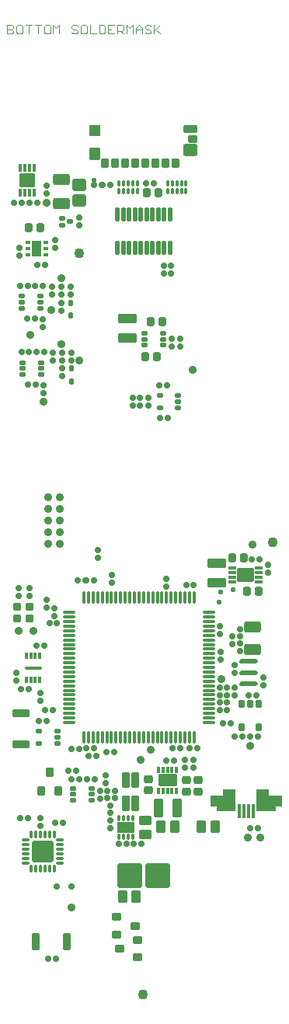
<source format=gbs>
G04*
G04 #@! TF.GenerationSoftware,Altium Limited,Altium Designer,20.2.6 (244)*
G04*
G04 Layer_Color=6502151*
%FSLAX25Y25*%
%MOIN*%
G70*
G04*
G04 #@! TF.SameCoordinates,D103880D-7D63-4280-A8AA-78B1B6904BBD*
G04*
G04*
G04 #@! TF.FilePolarity,Negative*
G04*
G01*
G75*
%ADD11C,0.00394*%
G04:AMPARAMS|DCode=25|XSize=24.41mil|YSize=24.41mil|CornerRadius=6.06mil|HoleSize=0mil|Usage=FLASHONLY|Rotation=180.000|XOffset=0mil|YOffset=0mil|HoleType=Round|Shape=RoundedRectangle|*
%AMROUNDEDRECTD25*
21,1,0.02441,0.01228,0,0,180.0*
21,1,0.01228,0.02441,0,0,180.0*
1,1,0.01213,-0.00614,0.00614*
1,1,0.01213,0.00614,0.00614*
1,1,0.01213,0.00614,-0.00614*
1,1,0.01213,-0.00614,-0.00614*
%
%ADD25ROUNDEDRECTD25*%
%ADD26C,0.04331*%
G04:AMPARAMS|DCode=28|XSize=24.41mil|YSize=24.41mil|CornerRadius=6.06mil|HoleSize=0mil|Usage=FLASHONLY|Rotation=270.000|XOffset=0mil|YOffset=0mil|HoleType=Round|Shape=RoundedRectangle|*
%AMROUNDEDRECTD28*
21,1,0.02441,0.01228,0,0,270.0*
21,1,0.01228,0.02441,0,0,270.0*
1,1,0.01213,-0.00614,-0.00614*
1,1,0.01213,-0.00614,0.00614*
1,1,0.01213,0.00614,0.00614*
1,1,0.01213,0.00614,-0.00614*
%
%ADD28ROUNDEDRECTD28*%
%ADD31C,0.00394*%
%ADD32C,0.02165*%
G04:AMPARAMS|DCode=99|XSize=103.94mil|YSize=103.94mil|CornerRadius=6.97mil|HoleSize=0mil|Usage=FLASHONLY|Rotation=90.000|XOffset=0mil|YOffset=0mil|HoleType=Round|Shape=RoundedRectangle|*
%AMROUNDEDRECTD99*
21,1,0.10394,0.09000,0,0,90.0*
21,1,0.09000,0.10394,0,0,90.0*
1,1,0.01394,0.04500,0.04500*
1,1,0.01394,0.04500,-0.04500*
1,1,0.01394,-0.04500,-0.04500*
1,1,0.01394,-0.04500,0.04500*
%
%ADD99ROUNDEDRECTD99*%
%ADD100C,0.03492*%
%ADD101C,0.03543*%
G04:AMPARAMS|DCode=102|XSize=74.8mil|YSize=47.24mil|CornerRadius=4.13mil|HoleSize=0mil|Usage=FLASHONLY|Rotation=0.000|XOffset=0mil|YOffset=0mil|HoleType=Round|Shape=RoundedRectangle|*
%AMROUNDEDRECTD102*
21,1,0.07480,0.03898,0,0,0.0*
21,1,0.06653,0.04724,0,0,0.0*
1,1,0.00827,0.03327,-0.01949*
1,1,0.00827,-0.03327,-0.01949*
1,1,0.00827,-0.03327,0.01949*
1,1,0.00827,0.03327,0.01949*
%
%ADD102ROUNDEDRECTD102*%
G04:AMPARAMS|DCode=103|XSize=13.78mil|YSize=23.62mil|CornerRadius=3.94mil|HoleSize=0mil|Usage=FLASHONLY|Rotation=0.000|XOffset=0mil|YOffset=0mil|HoleType=Round|Shape=RoundedRectangle|*
%AMROUNDEDRECTD103*
21,1,0.01378,0.01575,0,0,0.0*
21,1,0.00591,0.02362,0,0,0.0*
1,1,0.00787,0.00295,-0.00787*
1,1,0.00787,-0.00295,-0.00787*
1,1,0.00787,-0.00295,0.00787*
1,1,0.00787,0.00295,0.00787*
%
%ADD103ROUNDEDRECTD103*%
G04:AMPARAMS|DCode=104|XSize=66.93mil|YSize=43.31mil|CornerRadius=3.94mil|HoleSize=0mil|Usage=FLASHONLY|Rotation=90.000|XOffset=0mil|YOffset=0mil|HoleType=Round|Shape=RoundedRectangle|*
%AMROUNDEDRECTD104*
21,1,0.06693,0.03543,0,0,90.0*
21,1,0.05906,0.04331,0,0,90.0*
1,1,0.00787,0.01772,0.02953*
1,1,0.00787,0.01772,-0.02953*
1,1,0.00787,-0.01772,-0.02953*
1,1,0.00787,-0.01772,0.02953*
%
%ADD104ROUNDEDRECTD104*%
G04:AMPARAMS|DCode=105|XSize=15.75mil|YSize=21.65mil|CornerRadius=3.74mil|HoleSize=0mil|Usage=FLASHONLY|Rotation=90.000|XOffset=0mil|YOffset=0mil|HoleType=Round|Shape=RoundedRectangle|*
%AMROUNDEDRECTD105*
21,1,0.01575,0.01417,0,0,90.0*
21,1,0.00827,0.02165,0,0,90.0*
1,1,0.00748,0.00709,0.00413*
1,1,0.00748,0.00709,-0.00413*
1,1,0.00748,-0.00709,-0.00413*
1,1,0.00748,-0.00709,0.00413*
%
%ADD105ROUNDEDRECTD105*%
G04:AMPARAMS|DCode=106|XSize=82.68mil|YSize=51.18mil|CornerRadius=4.33mil|HoleSize=0mil|Usage=FLASHONLY|Rotation=0.000|XOffset=0mil|YOffset=0mil|HoleType=Round|Shape=RoundedRectangle|*
%AMROUNDEDRECTD106*
21,1,0.08268,0.04252,0,0,0.0*
21,1,0.07402,0.05118,0,0,0.0*
1,1,0.00866,0.03701,-0.02126*
1,1,0.00866,-0.03701,-0.02126*
1,1,0.00866,-0.03701,0.02126*
1,1,0.00866,0.03701,0.02126*
%
%ADD106ROUNDEDRECTD106*%
G04:AMPARAMS|DCode=107|XSize=13.78mil|YSize=27.56mil|CornerRadius=3.94mil|HoleSize=0mil|Usage=FLASHONLY|Rotation=0.000|XOffset=0mil|YOffset=0mil|HoleType=Round|Shape=RoundedRectangle|*
%AMROUNDEDRECTD107*
21,1,0.01378,0.01968,0,0,0.0*
21,1,0.00591,0.02756,0,0,0.0*
1,1,0.00787,0.00295,-0.00984*
1,1,0.00787,-0.00295,-0.00984*
1,1,0.00787,-0.00295,0.00984*
1,1,0.00787,0.00295,0.00984*
%
%ADD107ROUNDEDRECTD107*%
G04:AMPARAMS|DCode=108|XSize=19.68mil|YSize=29.53mil|CornerRadius=4.72mil|HoleSize=0mil|Usage=FLASHONLY|Rotation=90.000|XOffset=0mil|YOffset=0mil|HoleType=Round|Shape=RoundedRectangle|*
%AMROUNDEDRECTD108*
21,1,0.01968,0.02008,0,0,90.0*
21,1,0.01024,0.02953,0,0,90.0*
1,1,0.00945,0.01004,0.00512*
1,1,0.00945,0.01004,-0.00512*
1,1,0.00945,-0.01004,-0.00512*
1,1,0.00945,-0.01004,0.00512*
%
%ADD108ROUNDEDRECTD108*%
G04:AMPARAMS|DCode=109|XSize=13.78mil|YSize=53.15mil|CornerRadius=4.43mil|HoleSize=0mil|Usage=FLASHONLY|Rotation=180.000|XOffset=0mil|YOffset=0mil|HoleType=Round|Shape=RoundedRectangle|*
%AMROUNDEDRECTD109*
21,1,0.01378,0.04429,0,0,180.0*
21,1,0.00492,0.05315,0,0,180.0*
1,1,0.00886,-0.00246,0.02215*
1,1,0.00886,0.00246,0.02215*
1,1,0.00886,0.00246,-0.02215*
1,1,0.00886,-0.00246,-0.02215*
%
%ADD109ROUNDEDRECTD109*%
G04:AMPARAMS|DCode=110|XSize=13.78mil|YSize=53.15mil|CornerRadius=4.43mil|HoleSize=0mil|Usage=FLASHONLY|Rotation=90.000|XOffset=0mil|YOffset=0mil|HoleType=Round|Shape=RoundedRectangle|*
%AMROUNDEDRECTD110*
21,1,0.01378,0.04429,0,0,90.0*
21,1,0.00492,0.05315,0,0,90.0*
1,1,0.00886,0.02215,0.00246*
1,1,0.00886,0.02215,-0.00246*
1,1,0.00886,-0.02215,-0.00246*
1,1,0.00886,-0.02215,0.00246*
%
%ADD110ROUNDEDRECTD110*%
G04:AMPARAMS|DCode=111|XSize=19.68mil|YSize=25.59mil|CornerRadius=5.91mil|HoleSize=0mil|Usage=FLASHONLY|Rotation=270.000|XOffset=0mil|YOffset=0mil|HoleType=Round|Shape=RoundedRectangle|*
%AMROUNDEDRECTD111*
21,1,0.01968,0.01378,0,0,270.0*
21,1,0.00787,0.02559,0,0,270.0*
1,1,0.01181,-0.00689,-0.00394*
1,1,0.01181,-0.00689,0.00394*
1,1,0.01181,0.00689,0.00394*
1,1,0.01181,0.00689,-0.00394*
%
%ADD111ROUNDEDRECTD111*%
G04:AMPARAMS|DCode=112|XSize=25.59mil|YSize=35.43mil|CornerRadius=4.68mil|HoleSize=0mil|Usage=FLASHONLY|Rotation=180.000|XOffset=0mil|YOffset=0mil|HoleType=Round|Shape=RoundedRectangle|*
%AMROUNDEDRECTD112*
21,1,0.02559,0.02608,0,0,180.0*
21,1,0.01624,0.03543,0,0,180.0*
1,1,0.00935,-0.00812,0.01304*
1,1,0.00935,0.00812,0.01304*
1,1,0.00935,0.00812,-0.01304*
1,1,0.00935,-0.00812,-0.01304*
%
%ADD112ROUNDEDRECTD112*%
G04:AMPARAMS|DCode=113|XSize=19.68mil|YSize=62.99mil|CornerRadius=5.91mil|HoleSize=0mil|Usage=FLASHONLY|Rotation=0.000|XOffset=0mil|YOffset=0mil|HoleType=Round|Shape=RoundedRectangle|*
%AMROUNDEDRECTD113*
21,1,0.01968,0.05118,0,0,0.0*
21,1,0.00787,0.06299,0,0,0.0*
1,1,0.01181,0.00394,-0.02559*
1,1,0.01181,-0.00394,-0.02559*
1,1,0.01181,-0.00394,0.02559*
1,1,0.01181,0.00394,0.02559*
%
%ADD113ROUNDEDRECTD113*%
G04:AMPARAMS|DCode=114|XSize=66.93mil|YSize=33.94mil|CornerRadius=5.72mil|HoleSize=0mil|Usage=FLASHONLY|Rotation=90.000|XOffset=0mil|YOffset=0mil|HoleType=Round|Shape=RoundedRectangle|*
%AMROUNDEDRECTD114*
21,1,0.06693,0.02250,0,0,90.0*
21,1,0.05549,0.03394,0,0,90.0*
1,1,0.01144,0.01125,0.02775*
1,1,0.01144,0.01125,-0.02775*
1,1,0.01144,-0.01125,-0.02775*
1,1,0.01144,-0.01125,0.02775*
%
%ADD114ROUNDEDRECTD114*%
G04:AMPARAMS|DCode=115|XSize=70.87mil|YSize=47.24mil|CornerRadius=7.38mil|HoleSize=0mil|Usage=FLASHONLY|Rotation=0.000|XOffset=0mil|YOffset=0mil|HoleType=Round|Shape=RoundedRectangle|*
%AMROUNDEDRECTD115*
21,1,0.07087,0.03248,0,0,0.0*
21,1,0.05610,0.04724,0,0,0.0*
1,1,0.01476,0.02805,-0.01624*
1,1,0.01476,-0.02805,-0.01624*
1,1,0.01476,-0.02805,0.01624*
1,1,0.01476,0.02805,0.01624*
%
%ADD115ROUNDEDRECTD115*%
G04:AMPARAMS|DCode=116|XSize=55.12mil|YSize=43.31mil|CornerRadius=6.89mil|HoleSize=0mil|Usage=FLASHONLY|Rotation=90.000|XOffset=0mil|YOffset=0mil|HoleType=Round|Shape=RoundedRectangle|*
%AMROUNDEDRECTD116*
21,1,0.05512,0.02953,0,0,90.0*
21,1,0.04134,0.04331,0,0,90.0*
1,1,0.01378,0.01476,0.02067*
1,1,0.01378,0.01476,-0.02067*
1,1,0.01378,-0.01476,-0.02067*
1,1,0.01378,-0.01476,0.02067*
%
%ADD116ROUNDEDRECTD116*%
G04:AMPARAMS|DCode=117|XSize=23.62mil|YSize=27.56mil|CornerRadius=6.89mil|HoleSize=0mil|Usage=FLASHONLY|Rotation=270.000|XOffset=0mil|YOffset=0mil|HoleType=Round|Shape=RoundedRectangle|*
%AMROUNDEDRECTD117*
21,1,0.02362,0.01378,0,0,270.0*
21,1,0.00984,0.02756,0,0,270.0*
1,1,0.01378,-0.00689,-0.00492*
1,1,0.01378,-0.00689,0.00492*
1,1,0.01378,0.00689,0.00492*
1,1,0.01378,0.00689,-0.00492*
%
%ADD117ROUNDEDRECTD117*%
G04:AMPARAMS|DCode=118|XSize=35.43mil|YSize=70.87mil|CornerRadius=5.91mil|HoleSize=0mil|Usage=FLASHONLY|Rotation=270.000|XOffset=0mil|YOffset=0mil|HoleType=Round|Shape=RoundedRectangle|*
%AMROUNDEDRECTD118*
21,1,0.03543,0.05906,0,0,270.0*
21,1,0.02362,0.07087,0,0,270.0*
1,1,0.01181,-0.02953,-0.01181*
1,1,0.01181,-0.02953,0.01181*
1,1,0.01181,0.02953,0.01181*
1,1,0.01181,0.02953,-0.01181*
%
%ADD118ROUNDEDRECTD118*%
G04:AMPARAMS|DCode=119|XSize=19.68mil|YSize=29.53mil|CornerRadius=5.91mil|HoleSize=0mil|Usage=FLASHONLY|Rotation=90.000|XOffset=0mil|YOffset=0mil|HoleType=Round|Shape=RoundedRectangle|*
%AMROUNDEDRECTD119*
21,1,0.01968,0.01772,0,0,90.0*
21,1,0.00787,0.02953,0,0,90.0*
1,1,0.01181,0.00886,0.00394*
1,1,0.01181,0.00886,-0.00394*
1,1,0.01181,-0.00886,-0.00394*
1,1,0.01181,-0.00886,0.00394*
%
%ADD119ROUNDEDRECTD119*%
G04:AMPARAMS|DCode=120|XSize=11.81mil|YSize=27.56mil|CornerRadius=3.94mil|HoleSize=0mil|Usage=FLASHONLY|Rotation=180.000|XOffset=0mil|YOffset=0mil|HoleType=Round|Shape=RoundedRectangle|*
%AMROUNDEDRECTD120*
21,1,0.01181,0.01968,0,0,180.0*
21,1,0.00394,0.02756,0,0,180.0*
1,1,0.00787,-0.00197,0.00984*
1,1,0.00787,0.00197,0.00984*
1,1,0.00787,0.00197,-0.00984*
1,1,0.00787,-0.00197,-0.00984*
%
%ADD120ROUNDEDRECTD120*%
G04:AMPARAMS|DCode=121|XSize=15.75mil|YSize=70.87mil|CornerRadius=4.92mil|HoleSize=0mil|Usage=FLASHONLY|Rotation=270.000|XOffset=0mil|YOffset=0mil|HoleType=Round|Shape=RoundedRectangle|*
%AMROUNDEDRECTD121*
21,1,0.01575,0.06102,0,0,270.0*
21,1,0.00591,0.07087,0,0,270.0*
1,1,0.00984,-0.03051,-0.00295*
1,1,0.00984,-0.03051,0.00295*
1,1,0.00984,0.03051,0.00295*
1,1,0.00984,0.03051,-0.00295*
%
%ADD121ROUNDEDRECTD121*%
G04:AMPARAMS|DCode=122|XSize=15.75mil|YSize=27.56mil|CornerRadius=4.33mil|HoleSize=0mil|Usage=FLASHONLY|Rotation=180.000|XOffset=0mil|YOffset=0mil|HoleType=Round|Shape=RoundedRectangle|*
%AMROUNDEDRECTD122*
21,1,0.01575,0.01890,0,0,180.0*
21,1,0.00709,0.02756,0,0,180.0*
1,1,0.00866,-0.00354,0.00945*
1,1,0.00866,0.00354,0.00945*
1,1,0.00866,0.00354,-0.00945*
1,1,0.00866,-0.00354,-0.00945*
%
%ADD122ROUNDEDRECTD122*%
G04:AMPARAMS|DCode=123|XSize=19.68mil|YSize=78.74mil|CornerRadius=5.91mil|HoleSize=0mil|Usage=FLASHONLY|Rotation=270.000|XOffset=0mil|YOffset=0mil|HoleType=Round|Shape=RoundedRectangle|*
%AMROUNDEDRECTD123*
21,1,0.01968,0.06693,0,0,270.0*
21,1,0.00787,0.07874,0,0,270.0*
1,1,0.01181,-0.03347,-0.00394*
1,1,0.01181,-0.03347,0.00394*
1,1,0.01181,0.03347,0.00394*
1,1,0.01181,0.03347,-0.00394*
%
%ADD123ROUNDEDRECTD123*%
G04:AMPARAMS|DCode=124|XSize=31.5mil|YSize=43.31mil|CornerRadius=5.41mil|HoleSize=0mil|Usage=FLASHONLY|Rotation=0.000|XOffset=0mil|YOffset=0mil|HoleType=Round|Shape=RoundedRectangle|*
%AMROUNDEDRECTD124*
21,1,0.03150,0.03248,0,0,0.0*
21,1,0.02067,0.04331,0,0,0.0*
1,1,0.01083,0.01034,-0.01624*
1,1,0.01083,-0.01034,-0.01624*
1,1,0.01083,-0.01034,0.01624*
1,1,0.01083,0.01034,0.01624*
%
%ADD124ROUNDEDRECTD124*%
G04:AMPARAMS|DCode=125|XSize=43.31mil|YSize=31.5mil|CornerRadius=5.41mil|HoleSize=0mil|Usage=FLASHONLY|Rotation=0.000|XOffset=0mil|YOffset=0mil|HoleType=Round|Shape=RoundedRectangle|*
%AMROUNDEDRECTD125*
21,1,0.04331,0.02067,0,0,0.0*
21,1,0.03248,0.03150,0,0,0.0*
1,1,0.01083,0.01624,-0.01034*
1,1,0.01083,-0.01624,-0.01034*
1,1,0.01083,-0.01624,0.01034*
1,1,0.01083,0.01624,0.01034*
%
%ADD125ROUNDEDRECTD125*%
G04:AMPARAMS|DCode=126|XSize=61.02mil|YSize=51.18mil|CornerRadius=7.87mil|HoleSize=0mil|Usage=FLASHONLY|Rotation=0.000|XOffset=0mil|YOffset=0mil|HoleType=Round|Shape=RoundedRectangle|*
%AMROUNDEDRECTD126*
21,1,0.06102,0.03543,0,0,0.0*
21,1,0.04528,0.05118,0,0,0.0*
1,1,0.01575,0.02264,-0.01772*
1,1,0.01575,-0.02264,-0.01772*
1,1,0.01575,-0.02264,0.01772*
1,1,0.01575,0.02264,0.01772*
%
%ADD126ROUNDEDRECTD126*%
G04:AMPARAMS|DCode=127|XSize=59.06mil|YSize=35.43mil|CornerRadius=5.91mil|HoleSize=0mil|Usage=FLASHONLY|Rotation=0.000|XOffset=0mil|YOffset=0mil|HoleType=Round|Shape=RoundedRectangle|*
%AMROUNDEDRECTD127*
21,1,0.05906,0.02362,0,0,0.0*
21,1,0.04724,0.03543,0,0,0.0*
1,1,0.01181,0.02362,-0.01181*
1,1,0.01181,-0.02362,-0.01181*
1,1,0.01181,-0.02362,0.01181*
1,1,0.01181,0.02362,0.01181*
%
%ADD127ROUNDEDRECTD127*%
G04:AMPARAMS|DCode=128|XSize=49.21mil|YSize=51.18mil|CornerRadius=7.63mil|HoleSize=0mil|Usage=FLASHONLY|Rotation=0.000|XOffset=0mil|YOffset=0mil|HoleType=Round|Shape=RoundedRectangle|*
%AMROUNDEDRECTD128*
21,1,0.04921,0.03593,0,0,0.0*
21,1,0.03396,0.05118,0,0,0.0*
1,1,0.01526,0.01698,-0.01796*
1,1,0.01526,-0.01698,-0.01796*
1,1,0.01526,-0.01698,0.01796*
1,1,0.01526,0.01698,0.01796*
%
%ADD128ROUNDEDRECTD128*%
G04:AMPARAMS|DCode=129|XSize=49.21mil|YSize=47.24mil|CornerRadius=7.38mil|HoleSize=0mil|Usage=FLASHONLY|Rotation=0.000|XOffset=0mil|YOffset=0mil|HoleType=Round|Shape=RoundedRectangle|*
%AMROUNDEDRECTD129*
21,1,0.04921,0.03248,0,0,0.0*
21,1,0.03445,0.04724,0,0,0.0*
1,1,0.01476,0.01722,-0.01624*
1,1,0.01476,-0.01722,-0.01624*
1,1,0.01476,-0.01722,0.01624*
1,1,0.01476,0.01722,0.01624*
%
%ADD129ROUNDEDRECTD129*%
G04:AMPARAMS|DCode=130|XSize=66.93mil|YSize=59.06mil|CornerRadius=4.72mil|HoleSize=0mil|Usage=FLASHONLY|Rotation=180.000|XOffset=0mil|YOffset=0mil|HoleType=Round|Shape=RoundedRectangle|*
%AMROUNDEDRECTD130*
21,1,0.06693,0.04961,0,0,180.0*
21,1,0.05748,0.05906,0,0,180.0*
1,1,0.00945,-0.02874,0.02480*
1,1,0.00945,0.02874,0.02480*
1,1,0.00945,0.02874,-0.02480*
1,1,0.00945,-0.02874,-0.02480*
%
%ADD130ROUNDEDRECTD130*%
G04:AMPARAMS|DCode=131|XSize=15.75mil|YSize=33.47mil|CornerRadius=4.33mil|HoleSize=0mil|Usage=FLASHONLY|Rotation=180.000|XOffset=0mil|YOffset=0mil|HoleType=Round|Shape=RoundedRectangle|*
%AMROUNDEDRECTD131*
21,1,0.01575,0.02480,0,0,180.0*
21,1,0.00709,0.03347,0,0,180.0*
1,1,0.00866,-0.00354,0.01240*
1,1,0.00866,0.00354,0.01240*
1,1,0.00866,0.00354,-0.01240*
1,1,0.00866,-0.00354,-0.01240*
%
%ADD131ROUNDEDRECTD131*%
G04:AMPARAMS|DCode=132|XSize=15.75mil|YSize=33.47mil|CornerRadius=4.33mil|HoleSize=0mil|Usage=FLASHONLY|Rotation=90.000|XOffset=0mil|YOffset=0mil|HoleType=Round|Shape=RoundedRectangle|*
%AMROUNDEDRECTD132*
21,1,0.01575,0.02480,0,0,90.0*
21,1,0.00709,0.03347,0,0,90.0*
1,1,0.00866,0.01240,0.00354*
1,1,0.00866,0.01240,-0.00354*
1,1,0.00866,-0.01240,-0.00354*
1,1,0.00866,-0.01240,0.00354*
%
%ADD132ROUNDEDRECTD132*%
G04:AMPARAMS|DCode=133|XSize=72.84mil|YSize=61.02mil|CornerRadius=4.82mil|HoleSize=0mil|Usage=FLASHONLY|Rotation=180.000|XOffset=0mil|YOffset=0mil|HoleType=Round|Shape=RoundedRectangle|*
%AMROUNDEDRECTD133*
21,1,0.07284,0.05138,0,0,180.0*
21,1,0.06319,0.06102,0,0,180.0*
1,1,0.00965,-0.03159,0.02569*
1,1,0.00965,0.03159,0.02569*
1,1,0.00965,0.03159,-0.02569*
1,1,0.00965,-0.03159,-0.02569*
%
%ADD133ROUNDEDRECTD133*%
G04:AMPARAMS|DCode=134|XSize=35.43mil|YSize=31.5mil|CornerRadius=5.41mil|HoleSize=0mil|Usage=FLASHONLY|Rotation=180.000|XOffset=0mil|YOffset=0mil|HoleType=Round|Shape=RoundedRectangle|*
%AMROUNDEDRECTD134*
21,1,0.03543,0.02067,0,0,180.0*
21,1,0.02461,0.03150,0,0,180.0*
1,1,0.01083,-0.01230,0.01034*
1,1,0.01083,0.01230,0.01034*
1,1,0.01083,0.01230,-0.01034*
1,1,0.01083,-0.01230,-0.01034*
%
%ADD134ROUNDEDRECTD134*%
G04:AMPARAMS|DCode=135|XSize=79.53mil|YSize=40.55mil|CornerRadius=6.55mil|HoleSize=0mil|Usage=FLASHONLY|Rotation=180.000|XOffset=0mil|YOffset=0mil|HoleType=Round|Shape=RoundedRectangle|*
%AMROUNDEDRECTD135*
21,1,0.07953,0.02746,0,0,180.0*
21,1,0.06644,0.04055,0,0,180.0*
1,1,0.01309,-0.03322,0.01373*
1,1,0.01309,0.03322,0.01373*
1,1,0.01309,0.03322,-0.01373*
1,1,0.01309,-0.03322,-0.01373*
%
%ADD135ROUNDEDRECTD135*%
G04:AMPARAMS|DCode=136|XSize=37.4mil|YSize=33.47mil|CornerRadius=7.87mil|HoleSize=0mil|Usage=FLASHONLY|Rotation=90.000|XOffset=0mil|YOffset=0mil|HoleType=Round|Shape=RoundedRectangle|*
%AMROUNDEDRECTD136*
21,1,0.03740,0.01772,0,0,90.0*
21,1,0.02165,0.03347,0,0,90.0*
1,1,0.01575,0.00886,0.01083*
1,1,0.01575,0.00886,-0.01083*
1,1,0.01575,-0.00886,-0.01083*
1,1,0.01575,-0.00886,0.01083*
%
%ADD136ROUNDEDRECTD136*%
G04:AMPARAMS|DCode=137|XSize=47.24mil|YSize=70.87mil|CornerRadius=7.38mil|HoleSize=0mil|Usage=FLASHONLY|Rotation=270.000|XOffset=0mil|YOffset=0mil|HoleType=Round|Shape=RoundedRectangle|*
%AMROUNDEDRECTD137*
21,1,0.04724,0.05610,0,0,270.0*
21,1,0.03248,0.07087,0,0,270.0*
1,1,0.01476,-0.02805,-0.01624*
1,1,0.01476,-0.02805,0.01624*
1,1,0.01476,0.02805,0.01624*
1,1,0.01476,0.02805,-0.01624*
%
%ADD137ROUNDEDRECTD137*%
G04:AMPARAMS|DCode=138|XSize=35.43mil|YSize=39.37mil|CornerRadius=5.91mil|HoleSize=0mil|Usage=FLASHONLY|Rotation=90.000|XOffset=0mil|YOffset=0mil|HoleType=Round|Shape=RoundedRectangle|*
%AMROUNDEDRECTD138*
21,1,0.03543,0.02756,0,0,90.0*
21,1,0.02362,0.03937,0,0,90.0*
1,1,0.01181,0.01378,0.01181*
1,1,0.01181,0.01378,-0.01181*
1,1,0.01181,-0.01378,-0.01181*
1,1,0.01181,-0.01378,0.01181*
%
%ADD138ROUNDEDRECTD138*%
G04:AMPARAMS|DCode=139|XSize=19.68mil|YSize=25.59mil|CornerRadius=5.91mil|HoleSize=0mil|Usage=FLASHONLY|Rotation=0.000|XOffset=0mil|YOffset=0mil|HoleType=Round|Shape=RoundedRectangle|*
%AMROUNDEDRECTD139*
21,1,0.01968,0.01378,0,0,0.0*
21,1,0.00787,0.02559,0,0,0.0*
1,1,0.01181,0.00394,-0.00689*
1,1,0.01181,-0.00394,-0.00689*
1,1,0.01181,-0.00394,0.00689*
1,1,0.01181,0.00394,0.00689*
%
%ADD139ROUNDEDRECTD139*%
G04:AMPARAMS|DCode=140|XSize=59.06mil|YSize=51.18mil|CornerRadius=7.87mil|HoleSize=0mil|Usage=FLASHONLY|Rotation=0.000|XOffset=0mil|YOffset=0mil|HoleType=Round|Shape=RoundedRectangle|*
%AMROUNDEDRECTD140*
21,1,0.05906,0.03543,0,0,0.0*
21,1,0.04331,0.05118,0,0,0.0*
1,1,0.01575,0.02165,-0.01772*
1,1,0.01575,-0.02165,-0.01772*
1,1,0.01575,-0.02165,0.01772*
1,1,0.01575,0.02165,0.01772*
%
%ADD140ROUNDEDRECTD140*%
G04:AMPARAMS|DCode=141|XSize=66.93mil|YSize=55.12mil|CornerRadius=8.37mil|HoleSize=0mil|Usage=FLASHONLY|Rotation=180.000|XOffset=0mil|YOffset=0mil|HoleType=Round|Shape=RoundedRectangle|*
%AMROUNDEDRECTD141*
21,1,0.06693,0.03839,0,0,180.0*
21,1,0.05020,0.05512,0,0,180.0*
1,1,0.01673,-0.02510,0.01919*
1,1,0.01673,0.02510,0.01919*
1,1,0.01673,0.02510,-0.01919*
1,1,0.01673,-0.02510,-0.01919*
%
%ADD141ROUNDEDRECTD141*%
G04:AMPARAMS|DCode=142|XSize=15.75mil|YSize=59.06mil|CornerRadius=3.45mil|HoleSize=0mil|Usage=FLASHONLY|Rotation=0.000|XOffset=0mil|YOffset=0mil|HoleType=Round|Shape=RoundedRectangle|*
%AMROUNDEDRECTD142*
21,1,0.01575,0.05217,0,0,0.0*
21,1,0.00886,0.05906,0,0,0.0*
1,1,0.00689,0.00443,-0.02608*
1,1,0.00689,-0.00443,-0.02608*
1,1,0.00689,-0.00443,0.02608*
1,1,0.00689,0.00443,0.02608*
%
%ADD142ROUNDEDRECTD142*%
G04:AMPARAMS|DCode=143|XSize=13.78mil|YSize=33.47mil|CornerRadius=4.43mil|HoleSize=0mil|Usage=FLASHONLY|Rotation=90.000|XOffset=0mil|YOffset=0mil|HoleType=Round|Shape=RoundedRectangle|*
%AMROUNDEDRECTD143*
21,1,0.01378,0.02461,0,0,90.0*
21,1,0.00492,0.03347,0,0,90.0*
1,1,0.00886,0.01230,0.00246*
1,1,0.00886,0.01230,-0.00246*
1,1,0.00886,-0.01230,-0.00246*
1,1,0.00886,-0.01230,0.00246*
%
%ADD143ROUNDEDRECTD143*%
G04:AMPARAMS|DCode=144|XSize=13.78mil|YSize=33.47mil|CornerRadius=4.43mil|HoleSize=0mil|Usage=FLASHONLY|Rotation=180.000|XOffset=0mil|YOffset=0mil|HoleType=Round|Shape=RoundedRectangle|*
%AMROUNDEDRECTD144*
21,1,0.01378,0.02461,0,0,180.0*
21,1,0.00492,0.03347,0,0,180.0*
1,1,0.00886,-0.00246,0.01230*
1,1,0.00886,0.00246,0.01230*
1,1,0.00886,0.00246,-0.01230*
1,1,0.00886,-0.00246,-0.01230*
%
%ADD144ROUNDEDRECTD144*%
G04:AMPARAMS|DCode=145|XSize=90.55mil|YSize=90.55mil|CornerRadius=6.3mil|HoleSize=0mil|Usage=FLASHONLY|Rotation=180.000|XOffset=0mil|YOffset=0mil|HoleType=Round|Shape=RoundedRectangle|*
%AMROUNDEDRECTD145*
21,1,0.09055,0.07795,0,0,180.0*
21,1,0.07795,0.09055,0,0,180.0*
1,1,0.01260,-0.03898,0.03898*
1,1,0.01260,0.03898,0.03898*
1,1,0.01260,0.03898,-0.03898*
1,1,0.01260,-0.03898,-0.03898*
%
%ADD145ROUNDEDRECTD145*%
G04:AMPARAMS|DCode=146|XSize=55.12mil|YSize=43.31mil|CornerRadius=6.89mil|HoleSize=0mil|Usage=FLASHONLY|Rotation=180.000|XOffset=0mil|YOffset=0mil|HoleType=Round|Shape=RoundedRectangle|*
%AMROUNDEDRECTD146*
21,1,0.05512,0.02953,0,0,180.0*
21,1,0.04134,0.04331,0,0,180.0*
1,1,0.01378,-0.02067,0.01476*
1,1,0.01378,0.02067,0.01476*
1,1,0.01378,0.02067,-0.01476*
1,1,0.01378,-0.02067,-0.01476*
%
%ADD146ROUNDEDRECTD146*%
G04:AMPARAMS|DCode=147|XSize=37.4mil|YSize=33.47mil|CornerRadius=7.87mil|HoleSize=0mil|Usage=FLASHONLY|Rotation=0.000|XOffset=0mil|YOffset=0mil|HoleType=Round|Shape=RoundedRectangle|*
%AMROUNDEDRECTD147*
21,1,0.03740,0.01772,0,0,0.0*
21,1,0.02165,0.03347,0,0,0.0*
1,1,0.01575,0.01083,-0.00886*
1,1,0.01575,-0.01083,-0.00886*
1,1,0.01575,-0.01083,0.00886*
1,1,0.01575,0.01083,0.00886*
%
%ADD147ROUNDEDRECTD147*%
G04:AMPARAMS|DCode=148|XSize=79.53mil|YSize=40.55mil|CornerRadius=6.55mil|HoleSize=0mil|Usage=FLASHONLY|Rotation=270.000|XOffset=0mil|YOffset=0mil|HoleType=Round|Shape=RoundedRectangle|*
%AMROUNDEDRECTD148*
21,1,0.07953,0.02746,0,0,270.0*
21,1,0.06644,0.04055,0,0,270.0*
1,1,0.01309,-0.01373,-0.03322*
1,1,0.01309,-0.01373,0.03322*
1,1,0.01309,0.01373,0.03322*
1,1,0.01309,0.01373,-0.03322*
%
%ADD148ROUNDEDRECTD148*%
G04:AMPARAMS|DCode=149|XSize=35.43mil|YSize=39.37mil|CornerRadius=5.91mil|HoleSize=0mil|Usage=FLASHONLY|Rotation=0.000|XOffset=0mil|YOffset=0mil|HoleType=Round|Shape=RoundedRectangle|*
%AMROUNDEDRECTD149*
21,1,0.03543,0.02756,0,0,0.0*
21,1,0.02362,0.03937,0,0,0.0*
1,1,0.01181,0.01181,-0.01378*
1,1,0.01181,-0.01181,-0.01378*
1,1,0.01181,-0.01181,0.01378*
1,1,0.01181,0.01181,0.01378*
%
%ADD149ROUNDEDRECTD149*%
G04:AMPARAMS|DCode=150|XSize=35.43mil|YSize=70.87mil|CornerRadius=5.91mil|HoleSize=0mil|Usage=FLASHONLY|Rotation=180.000|XOffset=0mil|YOffset=0mil|HoleType=Round|Shape=RoundedRectangle|*
%AMROUNDEDRECTD150*
21,1,0.03543,0.05906,0,0,180.0*
21,1,0.02362,0.07087,0,0,180.0*
1,1,0.01181,-0.01181,0.02953*
1,1,0.01181,0.01181,0.02953*
1,1,0.01181,0.01181,-0.02953*
1,1,0.01181,-0.01181,-0.02953*
%
%ADD150ROUNDEDRECTD150*%
G36*
X563720Y461833D02*
X563757Y461821D01*
X563791Y461803D01*
X563821Y461778D01*
X563846Y461748D01*
X563864Y461714D01*
X563875Y461677D01*
X563879Y461638D01*
Y452583D01*
X563875Y452545D01*
X563864Y452508D01*
X563846Y452473D01*
X563821Y452444D01*
X563791Y452419D01*
X563757Y452401D01*
X563720Y452389D01*
X563681Y452386D01*
X556004D01*
X555965Y452389D01*
X555928Y452401D01*
X555894Y452419D01*
X555864Y452444D01*
X555839Y452473D01*
X555821Y452508D01*
X555810Y452545D01*
X555806Y452583D01*
Y454354D01*
X553248D01*
X553209Y454358D01*
X553172Y454369D01*
X553138Y454388D01*
X553108Y454412D01*
X553084Y454442D01*
X553065Y454476D01*
X553054Y454513D01*
X553050Y454552D01*
Y458883D01*
X553054Y458921D01*
X553065Y458958D01*
X553084Y458992D01*
X553108Y459023D01*
X553138Y459047D01*
X553172Y459065D01*
X553209Y459077D01*
X553248Y459080D01*
X558562D01*
Y461638D01*
X558566Y461677D01*
X558577Y461714D01*
X558595Y461748D01*
X558620Y461778D01*
X558650Y461803D01*
X558684Y461821D01*
X558721Y461833D01*
X558760Y461836D01*
X563681D01*
X563720Y461833D01*
D02*
G37*
G36*
X578090D02*
X578127Y461821D01*
X578161Y461803D01*
X578191Y461778D01*
X578216Y461748D01*
X578234Y461714D01*
X578245Y461677D01*
X578249Y461638D01*
Y459080D01*
X583563D01*
X583602Y459077D01*
X583639Y459065D01*
X583673Y459047D01*
X583703Y459023D01*
X583728Y458992D01*
X583746Y458958D01*
X583757Y458921D01*
X583761Y458883D01*
Y454552D01*
X583757Y454513D01*
X583746Y454476D01*
X583728Y454442D01*
X583703Y454412D01*
X583673Y454388D01*
X583639Y454369D01*
X583602Y454358D01*
X583563Y454354D01*
X581005D01*
Y452583D01*
X581001Y452545D01*
X580990Y452508D01*
X580972Y452473D01*
X580947Y452444D01*
X580917Y452419D01*
X580883Y452401D01*
X580846Y452389D01*
X580807Y452386D01*
X573130D01*
X573091Y452389D01*
X573054Y452401D01*
X573020Y452419D01*
X572990Y452444D01*
X572965Y452473D01*
X572947Y452508D01*
X572936Y452545D01*
X572932Y452583D01*
Y461638D01*
X572936Y461677D01*
X572947Y461714D01*
X572965Y461748D01*
X572990Y461778D01*
X573020Y461803D01*
X573054Y461821D01*
X573091Y461833D01*
X573130Y461836D01*
X578051D01*
X578090Y461833D01*
D02*
G37*
D11*
X465929Y789791D02*
Y785856D01*
X467897D01*
X468553Y786512D01*
Y787168D01*
X467897Y787824D01*
X465929D01*
X467897D01*
X468553Y788480D01*
Y789136D01*
X467897Y789791D01*
X465929D01*
X471833D02*
X470521D01*
X469865Y789136D01*
Y786512D01*
X470521Y785856D01*
X471833D01*
X472489Y786512D01*
Y789136D01*
X471833Y789791D01*
X473801D02*
X476425D01*
X475113D01*
Y785856D01*
X477736Y789791D02*
X480360D01*
X479048D01*
Y785856D01*
X483640Y789791D02*
X482328D01*
X481672Y789136D01*
Y786512D01*
X482328Y785856D01*
X483640D01*
X484296Y786512D01*
Y789136D01*
X483640Y789791D01*
X485608Y785856D02*
Y789791D01*
X486920Y788480D01*
X488232Y789791D01*
Y785856D01*
X496103Y789136D02*
X495447Y789791D01*
X494135D01*
X493479Y789136D01*
Y788480D01*
X494135Y787824D01*
X495447D01*
X496103Y787168D01*
Y786512D01*
X495447Y785856D01*
X494135D01*
X493479Y786512D01*
X499383Y789791D02*
X498071D01*
X497415Y789136D01*
Y786512D01*
X498071Y785856D01*
X499383D01*
X500039Y786512D01*
Y789136D01*
X499383Y789791D01*
X501351D02*
Y785856D01*
X503975D01*
X505287Y789791D02*
Y785856D01*
X507254D01*
X507910Y786512D01*
Y789136D01*
X507254Y789791D01*
X505287D01*
X511846D02*
X509222D01*
Y785856D01*
X511846D01*
X509222Y787824D02*
X510534D01*
X513158Y785856D02*
Y789791D01*
X515126D01*
X515782Y789136D01*
Y787824D01*
X515126Y787168D01*
X513158D01*
X514470D02*
X515782Y785856D01*
X517094D02*
Y789791D01*
X518406Y788480D01*
X519718Y789791D01*
Y785856D01*
X521030D02*
Y788480D01*
X522341Y789791D01*
X523653Y788480D01*
Y785856D01*
Y787824D01*
X521030D01*
X527589Y789136D02*
X526933Y789791D01*
X525621D01*
X524965Y789136D01*
Y788480D01*
X525621Y787824D01*
X526933D01*
X527589Y787168D01*
Y786512D01*
X526933Y785856D01*
X525621D01*
X524965Y786512D01*
X528901Y789791D02*
Y785856D01*
Y787168D01*
X531525Y789791D01*
X529557Y787824D01*
X531525Y785856D01*
D25*
X575772Y509635D02*
D03*
Y506327D02*
D03*
X469866Y511524D02*
D03*
Y508217D02*
D03*
X565744Y527191D02*
D03*
Y530498D02*
D03*
Y524199D02*
D03*
Y520892D02*
D03*
X560232Y495695D02*
D03*
Y499002D02*
D03*
X557083Y495695D02*
D03*
Y499002D02*
D03*
X557476Y520656D02*
D03*
Y517349D02*
D03*
X557083Y531679D02*
D03*
Y528372D02*
D03*
X486008Y536170D02*
D03*
Y539477D02*
D03*
X480102Y446012D02*
D03*
Y449320D02*
D03*
X526374Y626404D02*
D03*
Y629711D02*
D03*
X522831Y626404D02*
D03*
Y629711D02*
D03*
X519681Y626404D02*
D03*
Y629711D02*
D03*
X489366Y649002D02*
D03*
Y645695D02*
D03*
Y639002D02*
D03*
Y642309D02*
D03*
X489075Y674018D02*
D03*
Y677325D02*
D03*
Y667018D02*
D03*
Y670325D02*
D03*
X560232Y501994D02*
D03*
Y505302D02*
D03*
X557083Y501994D02*
D03*
Y505302D02*
D03*
X563382D02*
D03*
Y501994D02*
D03*
X534248Y548845D02*
D03*
Y552152D02*
D03*
X562595Y524042D02*
D03*
Y527349D02*
D03*
X563567Y511761D02*
D03*
Y515068D02*
D03*
X504720Y561050D02*
D03*
Y564357D02*
D03*
X482858Y543020D02*
D03*
Y539713D02*
D03*
X496846Y703569D02*
D03*
Y706876D02*
D03*
X482673Y720656D02*
D03*
Y717349D02*
D03*
X510020Y445153D02*
D03*
Y448460D02*
D03*
X545665Y471089D02*
D03*
Y474396D02*
D03*
X542122Y471089D02*
D03*
Y474396D02*
D03*
X510024Y451524D02*
D03*
Y454831D02*
D03*
X508252Y467824D02*
D03*
Y464516D02*
D03*
X540154Y651601D02*
D03*
Y654908D02*
D03*
X536610D02*
D03*
Y651601D02*
D03*
X577740Y554674D02*
D03*
Y557981D02*
D03*
X493303Y649002D02*
D03*
Y645695D02*
D03*
X485468Y645774D02*
D03*
Y649081D02*
D03*
X481468Y631774D02*
D03*
Y635081D02*
D03*
X493075Y677325D02*
D03*
Y674018D02*
D03*
X485075Y677325D02*
D03*
Y674018D02*
D03*
X481075Y660018D02*
D03*
Y663325D02*
D03*
X471268Y690762D02*
D03*
Y694069D02*
D03*
X486520Y694030D02*
D03*
Y697337D02*
D03*
X536217Y683097D02*
D03*
Y686404D02*
D03*
X533067Y683097D02*
D03*
Y686404D02*
D03*
X505693Y461131D02*
D03*
Y457824D02*
D03*
X510626Y553727D02*
D03*
Y550420D02*
D03*
X475378Y548139D02*
D03*
Y544831D02*
D03*
X470654Y548139D02*
D03*
Y544831D02*
D03*
X480102Y502863D02*
D03*
Y499556D02*
D03*
D26*
X579917Y567784D02*
D03*
X496638Y691761D02*
D03*
X524197Y373650D02*
D03*
D28*
X479445Y491049D02*
D03*
X482752D02*
D03*
X569602Y502073D02*
D03*
X572909D02*
D03*
X542622Y549241D02*
D03*
X545929D02*
D03*
X493409Y479162D02*
D03*
X496717D02*
D03*
X547319Y479239D02*
D03*
X544012D02*
D03*
X525508Y721758D02*
D03*
X528815D02*
D03*
X573488Y444910D02*
D03*
X570181D02*
D03*
X472122Y713490D02*
D03*
X468815D02*
D03*
X523488Y438217D02*
D03*
X520181D02*
D03*
X534169Y473924D02*
D03*
X537476D02*
D03*
X493409Y466170D02*
D03*
X496717D02*
D03*
X475272Y649317D02*
D03*
X471965D02*
D03*
X482173Y686683D02*
D03*
X478866D02*
D03*
X474728Y677672D02*
D03*
X471421D02*
D03*
X540232Y479239D02*
D03*
X536925D02*
D03*
X499473Y551209D02*
D03*
X496165D02*
D03*
X504012Y476089D02*
D03*
X500705D02*
D03*
X508370Y477587D02*
D03*
X511677D02*
D03*
X489630Y447272D02*
D03*
X486323D02*
D03*
X474669Y449241D02*
D03*
X471362D02*
D03*
X478815Y713490D02*
D03*
X475508D02*
D03*
X513882Y438217D02*
D03*
X517189D02*
D03*
X512071Y457902D02*
D03*
X508764D02*
D03*
X512071Y461052D02*
D03*
X508764D02*
D03*
X492228Y469713D02*
D03*
X495536D02*
D03*
X574184Y560473D02*
D03*
X570876D02*
D03*
X478122Y635428D02*
D03*
X474815D02*
D03*
X481886Y649317D02*
D03*
X478579D02*
D03*
X477728Y663672D02*
D03*
X474421D02*
D03*
X477768Y677672D02*
D03*
X481075D02*
D03*
X506795Y720894D02*
D03*
X510102D02*
D03*
X503252D02*
D03*
X506559D02*
D03*
X531233Y635084D02*
D03*
X534540D02*
D03*
X534721Y620971D02*
D03*
X531413D02*
D03*
X558370Y490186D02*
D03*
X561677D02*
D03*
X503016Y551209D02*
D03*
X499709D02*
D03*
X499917Y479239D02*
D03*
X503224D02*
D03*
X483961Y533099D02*
D03*
X487268D02*
D03*
X486874Y389005D02*
D03*
X483567D02*
D03*
X500004Y466170D02*
D03*
X503311D02*
D03*
X570181Y484280D02*
D03*
X573488D02*
D03*
X563488D02*
D03*
X566795D02*
D03*
X485299Y495698D02*
D03*
X481992D02*
D03*
X475063Y504753D02*
D03*
X471756D02*
D03*
X478449Y523257D02*
D03*
X481756D02*
D03*
D31*
X485823Y561876D02*
D03*
X495823D02*
D03*
X475823D02*
D03*
Y584376D02*
D03*
X481823Y591876D02*
D03*
X489823D02*
D03*
X495823Y584376D02*
D03*
X543906Y407902D02*
D03*
X504906D02*
D03*
D32*
X556874Y542154D02*
D03*
X562780Y547272D02*
D03*
X557327Y546485D02*
D03*
X503252Y723178D02*
D03*
D99*
X530406Y424702D02*
D03*
X518406D02*
D03*
D100*
X483323Y571876D02*
D03*
Y576876D02*
D03*
X488323Y566876D02*
D03*
Y571876D02*
D03*
Y576876D02*
D03*
X483323Y566876D02*
D03*
Y581876D02*
D03*
Y586876D02*
D03*
X488323Y581876D02*
D03*
Y586876D02*
D03*
D101*
X557661Y509083D02*
D03*
X481284Y627981D02*
D03*
X496846Y645774D02*
D03*
X489157Y652784D02*
D03*
X475772Y656721D02*
D03*
X484827Y667351D02*
D03*
X489157Y681131D02*
D03*
X570260Y480343D02*
D03*
X493488Y411052D02*
D03*
X523016Y474438D02*
D03*
X545457Y641761D02*
D03*
X527347Y478768D02*
D03*
X574382Y440897D02*
D03*
X569264D02*
D03*
X571047Y566564D02*
D03*
X482858Y713414D02*
D03*
X470654Y529556D02*
D03*
X476953D02*
D03*
D102*
X516717Y445304D02*
D03*
D103*
X515732Y449241D02*
D03*
X513764D02*
D03*
X517701D02*
D03*
X519669D02*
D03*
X513764Y441367D02*
D03*
X515732D02*
D03*
X517701D02*
D03*
X519669D02*
D03*
D104*
X478520Y693683D02*
D03*
D105*
X474681Y691124D02*
D03*
Y693683D02*
D03*
Y696243D02*
D03*
X482358Y691124D02*
D03*
Y693683D02*
D03*
Y696243D02*
D03*
D106*
X534642Y465656D02*
D03*
D107*
X530705Y470183D02*
D03*
X532673D02*
D03*
X534642D02*
D03*
X536610D02*
D03*
X538579D02*
D03*
X530705Y461128D02*
D03*
X532673D02*
D03*
X534642D02*
D03*
X536610D02*
D03*
X538579D02*
D03*
D108*
X472039Y673231D02*
D03*
Y670672D02*
D03*
Y668113D02*
D03*
X480110D02*
D03*
Y670672D02*
D03*
Y673231D02*
D03*
X532772Y654829D02*
D03*
X524701Y652270D02*
D03*
Y654829D02*
D03*
Y657388D02*
D03*
X532772D02*
D03*
Y652270D02*
D03*
X502063Y462113D02*
D03*
Y459553D02*
D03*
Y456994D02*
D03*
X493992D02*
D03*
Y459553D02*
D03*
Y462113D02*
D03*
X472339Y644790D02*
D03*
Y642231D02*
D03*
Y639672D02*
D03*
X480409D02*
D03*
Y642231D02*
D03*
Y644790D02*
D03*
D109*
X500752Y483983D02*
D03*
X536185D02*
D03*
X544059D02*
D03*
Y544022D02*
D03*
X498783Y483983D02*
D03*
X542091D02*
D03*
X546028Y544022D02*
D03*
X542091D02*
D03*
X540122D02*
D03*
X538154D02*
D03*
X536185D02*
D03*
X534217D02*
D03*
X532248D02*
D03*
X530280D02*
D03*
X528311D02*
D03*
X526343D02*
D03*
X524374D02*
D03*
X522406D02*
D03*
X520437D02*
D03*
X518469D02*
D03*
X516500D02*
D03*
X514532D02*
D03*
X512563D02*
D03*
X510595D02*
D03*
X508626D02*
D03*
X506658D02*
D03*
X504689D02*
D03*
X502720D02*
D03*
X500752D02*
D03*
X498783D02*
D03*
X502720Y483983D02*
D03*
X504689D02*
D03*
X506658D02*
D03*
X508626D02*
D03*
X510595D02*
D03*
X512563D02*
D03*
X514532D02*
D03*
X516500D02*
D03*
X518469D02*
D03*
X520437D02*
D03*
X522406D02*
D03*
X524374D02*
D03*
X526343D02*
D03*
X528311D02*
D03*
X530280D02*
D03*
X532248D02*
D03*
X534217D02*
D03*
X538154D02*
D03*
X540122D02*
D03*
X546028D02*
D03*
D110*
X492386Y535656D02*
D03*
X552425Y500223D02*
D03*
Y502191D02*
D03*
Y519908D02*
D03*
X492386Y537624D02*
D03*
Y533687D02*
D03*
X552425Y517939D02*
D03*
Y527782D02*
D03*
Y498254D02*
D03*
Y496286D02*
D03*
X492386Y531719D02*
D03*
Y529750D02*
D03*
Y527782D02*
D03*
Y525813D02*
D03*
Y523845D02*
D03*
Y521876D02*
D03*
Y519908D02*
D03*
Y517939D02*
D03*
Y515971D02*
D03*
Y514002D02*
D03*
Y512034D02*
D03*
Y510065D02*
D03*
Y508097D02*
D03*
Y506128D02*
D03*
Y504160D02*
D03*
Y502191D02*
D03*
Y500223D02*
D03*
Y498254D02*
D03*
Y496286D02*
D03*
Y494317D02*
D03*
Y492349D02*
D03*
Y490380D02*
D03*
X552425D02*
D03*
Y492349D02*
D03*
Y494317D02*
D03*
Y504160D02*
D03*
Y506128D02*
D03*
Y508097D02*
D03*
Y510065D02*
D03*
Y512034D02*
D03*
Y514002D02*
D03*
Y515971D02*
D03*
Y521876D02*
D03*
Y523845D02*
D03*
Y525813D02*
D03*
Y529750D02*
D03*
Y531719D02*
D03*
Y533687D02*
D03*
Y535656D02*
D03*
Y537624D02*
D03*
D111*
X492909Y705223D02*
D03*
X489366Y706798D02*
D03*
Y703648D02*
D03*
D112*
X566335Y498431D02*
D03*
X570075D02*
D03*
X573815D02*
D03*
Y488392D02*
D03*
X566335D02*
D03*
D113*
X535656Y693919D02*
D03*
Y708486D02*
D03*
X533156D02*
D03*
X530656D02*
D03*
X528156D02*
D03*
X525656D02*
D03*
X523156D02*
D03*
X520656D02*
D03*
X518156D02*
D03*
X515656D02*
D03*
X513156D02*
D03*
X533156Y693919D02*
D03*
X530656D02*
D03*
X528156D02*
D03*
X525656D02*
D03*
X523156D02*
D03*
X520656D02*
D03*
X518156D02*
D03*
X515656D02*
D03*
X513156D02*
D03*
D114*
X520685Y455540D02*
D03*
Y465776D02*
D03*
X516685Y455540D02*
D03*
Y465776D02*
D03*
D115*
X488973Y723333D02*
D03*
Y713097D02*
D03*
D116*
X515339Y415776D02*
D03*
X521244D02*
D03*
X549165Y445698D02*
D03*
X555071D02*
D03*
X537780D02*
D03*
X531874D02*
D03*
D117*
X487189Y420107D02*
D03*
X493488D02*
D03*
D118*
X471835Y494517D02*
D03*
Y481131D02*
D03*
D119*
X531350Y630543D02*
D03*
Y625425D02*
D03*
X539224D02*
D03*
Y627984D02*
D03*
Y630543D02*
D03*
X479524Y481404D02*
D03*
X487398Y483963D02*
D03*
Y486522D02*
D03*
X479524D02*
D03*
X487398Y481404D02*
D03*
D120*
X513776Y721679D02*
D03*
X515744D02*
D03*
X517713D02*
D03*
X519681D02*
D03*
X521650D02*
D03*
X513776Y718215D02*
D03*
X515744D02*
D03*
X517713D02*
D03*
X519681D02*
D03*
X521650D02*
D03*
X542610Y718345D02*
D03*
X540642D02*
D03*
X538673D02*
D03*
X536705D02*
D03*
X534736D02*
D03*
X542610Y721809D02*
D03*
X540642D02*
D03*
X538673D02*
D03*
X536705D02*
D03*
X534736D02*
D03*
D121*
X476953Y513808D02*
D03*
D122*
X475969Y508690D02*
D03*
X474000D02*
D03*
X479906Y518926D02*
D03*
X477937D02*
D03*
X475969D02*
D03*
X474000D02*
D03*
X479906Y508690D02*
D03*
X477937D02*
D03*
D123*
X569473Y507115D02*
D03*
Y516564D02*
D03*
Y511839D02*
D03*
D124*
X538234Y730242D02*
D03*
X533904D02*
D03*
X529573D02*
D03*
X525242D02*
D03*
X520911D02*
D03*
X516581D02*
D03*
X512250D02*
D03*
X507919D02*
D03*
D125*
X545321Y740635D02*
D03*
D126*
X544435Y736108D02*
D03*
D127*
X544533Y744966D02*
D03*
D128*
X503490Y734375D02*
D03*
D129*
Y744376D02*
D03*
D130*
X474406Y722939D02*
D03*
D131*
X477358Y717546D02*
D03*
X475390D02*
D03*
X473421D02*
D03*
X471453D02*
D03*
X477358Y728333D02*
D03*
X475390D02*
D03*
X473421D02*
D03*
X471453D02*
D03*
D132*
X573924Y556733D02*
D03*
Y554765D02*
D03*
Y552796D02*
D03*
Y550828D02*
D03*
X562506D02*
D03*
Y556733D02*
D03*
Y554765D02*
D03*
Y552796D02*
D03*
D133*
X568215Y553780D02*
D03*
D134*
X470260Y539989D02*
D03*
Y534871D02*
D03*
X475378Y540087D02*
D03*
Y534969D02*
D03*
D135*
X555727Y550438D02*
D03*
Y558587D02*
D03*
X517319Y655479D02*
D03*
Y663628D02*
D03*
D136*
X475059Y702683D02*
D03*
X479980D02*
D03*
X562491Y560867D02*
D03*
X567412D02*
D03*
X530803Y717821D02*
D03*
X525882D02*
D03*
X525095Y647349D02*
D03*
X530016D02*
D03*
X532378Y662309D02*
D03*
X527457D02*
D03*
X573809Y546694D02*
D03*
X568888D02*
D03*
D137*
X571256Y531404D02*
D03*
Y521561D02*
D03*
D138*
X513961Y393335D02*
D03*
X521835Y389595D02*
D03*
Y397076D02*
D03*
X520654Y403178D02*
D03*
X512780Y406918D02*
D03*
Y399438D02*
D03*
D139*
X493075Y664916D02*
D03*
Y670428D02*
D03*
X493303Y636719D02*
D03*
Y642231D02*
D03*
D140*
X496846Y714475D02*
D03*
Y721168D02*
D03*
D141*
X577067Y455733D02*
D03*
X559744D02*
D03*
D142*
X571358Y452190D02*
D03*
X569390D02*
D03*
X567421D02*
D03*
X565453D02*
D03*
D143*
X488551Y439939D02*
D03*
Y437971D02*
D03*
Y436002D02*
D03*
Y434034D02*
D03*
Y432065D02*
D03*
Y430097D02*
D03*
X473787D02*
D03*
Y432065D02*
D03*
Y434034D02*
D03*
Y436002D02*
D03*
Y437971D02*
D03*
Y439939D02*
D03*
D144*
X486091Y427636D02*
D03*
X484122D02*
D03*
X482154D02*
D03*
X480185D02*
D03*
X478217D02*
D03*
X476248D02*
D03*
Y442400D02*
D03*
X478217D02*
D03*
X480185D02*
D03*
X482154D02*
D03*
X484122D02*
D03*
X486091D02*
D03*
D145*
X481169Y435018D02*
D03*
D146*
X524984Y442351D02*
D03*
Y448257D02*
D03*
D147*
X526374Y461227D02*
D03*
Y466148D02*
D03*
X547634Y460833D02*
D03*
Y465754D02*
D03*
X542909Y460833D02*
D03*
Y465754D02*
D03*
D148*
X538854Y453845D02*
D03*
X530705D02*
D03*
D149*
X487791Y461128D02*
D03*
X480311D02*
D03*
X484051Y469002D02*
D03*
D150*
X491520Y396485D02*
D03*
X478134D02*
D03*
M02*

</source>
